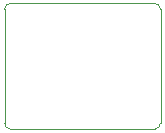
<source format=gbr>
%TF.GenerationSoftware,KiCad,Pcbnew,8.0.7*%
%TF.CreationDate,2025-01-03T21:08:45-07:00*%
%TF.ProjectId,minimal-ffc-i2c_no_R,6d696e69-6d61-46c2-9d66-66632d693263,rev?*%
%TF.SameCoordinates,Original*%
%TF.FileFunction,Profile,NP*%
%FSLAX46Y46*%
G04 Gerber Fmt 4.6, Leading zero omitted, Abs format (unit mm)*
G04 Created by KiCad (PCBNEW 8.0.7) date 2025-01-03 21:08:45*
%MOMM*%
%LPD*%
G01*
G04 APERTURE LIST*
%TA.AperFunction,Profile*%
%ADD10C,0.100000*%
%TD*%
G04 APERTURE END LIST*
D10*
X121743000Y-108591000D02*
G75*
G02*
X121235000Y-109099000I-508000J0D01*
G01*
X121235000Y-98431000D02*
G75*
G02*
X121743000Y-98939000I0J-508000D01*
G01*
X108535000Y-98939000D02*
G75*
G02*
X109043000Y-98431000I508000J0D01*
G01*
X109043000Y-109099000D02*
G75*
G02*
X108535000Y-108591000I0J508000D01*
G01*
X109043000Y-98431000D02*
X121235000Y-98431000D01*
X108535000Y-108591000D02*
X108535000Y-98939000D01*
X121743000Y-98939000D02*
X121743000Y-108591000D01*
X121235000Y-109099000D02*
X109043000Y-109099000D01*
M02*

</source>
